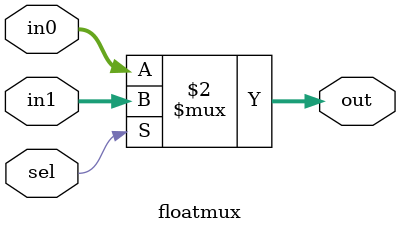
<source format=v>
`timescale 1ns / 1ps


module floatmux #(parameter WIDTH=32)(
input [WIDTH-1:0] in0, in1,
input sel,
output reg [WIDTH-1:0] out
    );
    
always @ (*)
    begin
        out = (sel) ? in1 : in0;
    end    
endmodule


</source>
